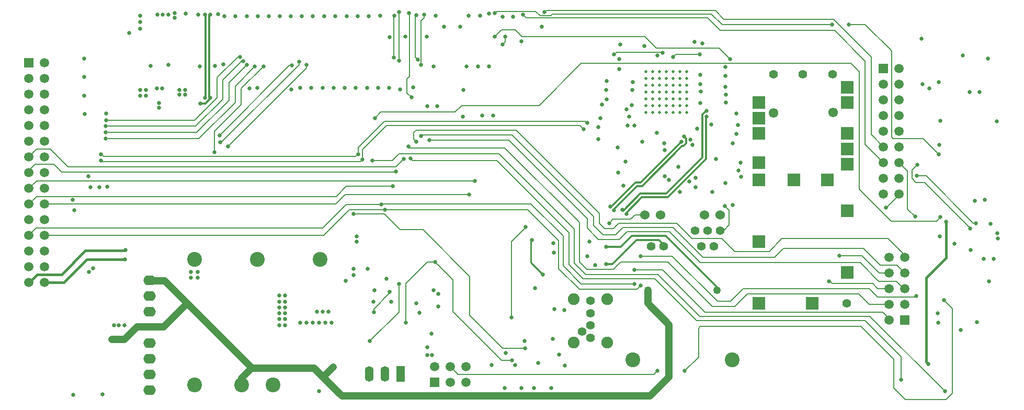
<source format=gbl>
G04 Layer_Physical_Order=4*
G04 Layer_Color=16711680*
%FSAX25Y25*%
%MOIN*%
G70*
G01*
G75*
%ADD11C,0.05906*%
%ADD29R,0.05906X0.05906*%
%ADD43C,0.00800*%
%ADD44C,0.01299*%
%ADD45C,0.01268*%
%ADD47C,0.04724*%
%ADD50C,0.01575*%
%ADD52C,0.01181*%
%ADD53C,0.00984*%
%ADD70C,0.09449*%
%ADD71O,0.07874X0.06299*%
%ADD72C,0.06024*%
%ADD73C,0.05543*%
%ADD74C,0.04921*%
%ADD75O,0.05512X0.09843*%
%ADD76R,0.05512X0.09843*%
%ADD77R,0.05906X0.05906*%
%ADD78C,0.05512*%
%ADD79C,0.07480*%
%ADD80R,0.07874X0.07874*%
%ADD81C,0.06102*%
%ADD82C,0.02500*%
%ADD83C,0.01969*%
D11*
X1147890Y0321673D02*
D03*
X1137890Y0311673D02*
D03*
X1147890D02*
D03*
X1137890Y0301673D02*
D03*
X1147890D02*
D03*
X1137890Y0291673D02*
D03*
X1147890D02*
D03*
X1137890Y0281673D02*
D03*
X1147890D02*
D03*
X1137890Y0271673D02*
D03*
X1147890D02*
D03*
X1137890Y0261673D02*
D03*
X1147890D02*
D03*
X1137890Y0251673D02*
D03*
X1147890D02*
D03*
X1137890Y0241673D02*
D03*
X1147890D02*
D03*
X1151498Y0171295D02*
D03*
Y0181295D02*
D03*
Y0191295D02*
D03*
Y0201295D02*
D03*
X1141498Y0161295D02*
D03*
Y0171295D02*
D03*
Y0181295D02*
D03*
Y0191295D02*
D03*
Y0201295D02*
D03*
X0603248Y0195295D02*
D03*
X0593248D02*
D03*
X0603248Y0325295D02*
D03*
X0593248Y0315295D02*
D03*
X0603248D02*
D03*
X0593248Y0305295D02*
D03*
X0603248D02*
D03*
X0593248Y0295295D02*
D03*
X0603248D02*
D03*
X0593248Y0285295D02*
D03*
X0603248D02*
D03*
X0593248Y0275295D02*
D03*
X0603248D02*
D03*
X0593248Y0265295D02*
D03*
X0603248D02*
D03*
X0593248Y0255295D02*
D03*
X0603248D02*
D03*
X0593248Y0245295D02*
D03*
X0603248D02*
D03*
X0593248Y0235295D02*
D03*
X0603248D02*
D03*
X0593248Y0225295D02*
D03*
X0603248D02*
D03*
X0593248Y0215295D02*
D03*
X0603248D02*
D03*
X0593248Y0205295D02*
D03*
X0603248D02*
D03*
X0593248Y0185295D02*
D03*
X0603248D02*
D03*
X0871748Y0131545D02*
D03*
Y0121545D02*
D03*
X0861748Y0131545D02*
D03*
Y0121545D02*
D03*
X0851748Y0131545D02*
D03*
D29*
Y0121545D02*
D03*
D43*
X0713248Y0315795D02*
X0726498Y0329045D01*
X0711498Y0268295D02*
Y0281545D01*
X0714248Y0274545D02*
X0714998D01*
X0711498Y0281545D02*
X0728498Y0298545D01*
X0812998Y0166295D02*
Y0168295D01*
X0823248Y0178545D01*
Y0179295D01*
X0828998Y0166295D02*
Y0184295D01*
X0845248Y0354045D02*
Y0355795D01*
X0851998Y0198295D02*
X0863498Y0186795D01*
Y0166545D02*
Y0186795D01*
Y0166545D02*
X0894498Y0135545D01*
X0900998D01*
X1181748Y0114545D02*
Y0168545D01*
X1177748Y0110545D02*
X1181748Y0114545D01*
X1176498Y0173795D02*
X1181748Y0168545D01*
X1139498Y0232795D02*
X1139748D01*
X1147890Y0240937D01*
X0847248Y0198295D02*
X0851998D01*
X0833498Y0184545D02*
X0847248Y0198295D01*
X0833498Y0159545D02*
Y0184545D01*
X0810498Y0147795D02*
X0828998Y0166295D01*
X0890248Y0342045D02*
X0894498Y0346295D01*
X0903248D01*
X0907498Y0342045D01*
X1033248Y0334545D02*
X1040248Y0327545D01*
X1171748Y0224295D02*
X1174248Y0226795D01*
X1142748Y0224295D02*
X1171748D01*
X1122498Y0244545D02*
X1142748Y0224295D01*
X1122498Y0244545D02*
Y0319545D01*
X1117248Y0324795D02*
X1122498Y0319545D01*
X0945248Y0324795D02*
X1117248D01*
X0918498Y0298045D02*
X0945248Y0324795D01*
X0868998Y0298045D02*
X0918498D01*
X1163248Y0276795D02*
X1173248Y0266795D01*
X1144248Y0276795D02*
X1163248D01*
X1142998Y0278045D02*
X1144248Y0276795D01*
X1142998Y0278045D02*
Y0332795D01*
X1126248Y0349545D02*
X1142998Y0332795D01*
X1115748Y0349545D02*
X1126248D01*
X1129998Y0279565D02*
Y0329045D01*
X0908248Y0355795D02*
X0910148Y0353895D01*
X1129998Y0279565D02*
X1137890Y0271673D01*
X1102998Y0185795D02*
X1103998D01*
X1134248Y0181295D02*
X1141498D01*
X1122248Y0177795D02*
X1128748Y0171295D01*
X1050998Y0177795D02*
X1122248D01*
X1022748Y0201295D02*
X1068498D01*
X1074248Y0207045D01*
X1034748Y0213295D02*
X1042998Y0205045D01*
X1064998D02*
X1073248Y0213295D01*
X1042998Y0205045D02*
X1064998D01*
X1003748Y0220295D02*
X1022748Y0201295D01*
X1073248Y0213295D02*
X1140748D01*
X1151498Y0202545D01*
X0838498Y0276545D02*
X0840248Y0274795D01*
X0838498Y0276545D02*
Y0280795D01*
X1001498Y0217545D02*
X1021248Y0197795D01*
X0979498Y0228295D02*
X0985752D01*
X1151498Y0201295D02*
Y0202545D01*
X1146498Y0196295D02*
X1151498Y0191295D01*
X0952998Y0221545D02*
X0958998Y0215545D01*
X0952998Y0221545D02*
Y0227295D01*
X0948998Y0219795D02*
Y0225795D01*
Y0219795D02*
X0956248Y0212545D01*
X1145998Y0186045D02*
X1150748Y0181295D01*
X1151498D01*
X0943998Y0198295D02*
X0948748Y0193545D01*
X0965748D01*
X0970498Y0198295D01*
X1000498D01*
X0947998Y0190295D02*
X0993998D01*
X1128748Y0171295D02*
X1141498D01*
X0983248Y0202045D02*
X1003248D01*
X0979248Y0193295D02*
X0996998D01*
X0946498Y0187545D02*
X0991998D01*
X1151748Y0110545D02*
X1177748D01*
X0991498Y0126545D02*
X0993748Y0128795D01*
X0866748Y0126545D02*
X0991498D01*
X0861748Y0131545D02*
X0866748Y0126545D01*
X0819998Y0231545D02*
X0911248D01*
X0817748Y0234795D02*
X0818248Y0235295D01*
X0913248D01*
X0900748Y0163045D02*
Y0211295D01*
X0909873Y0220420D01*
X0895248Y0143295D02*
X0909498D01*
X0874248Y0164295D02*
X0895248Y0143295D01*
X0874248Y0164295D02*
Y0189045D01*
X0844498Y0218795D02*
X0874248Y0189045D01*
X0828998Y0267295D02*
X0892748D01*
X0824748Y0263045D02*
X0828998Y0267295D01*
X0812248Y0263045D02*
X0824748D01*
X1193248Y0219545D02*
Y0219795D01*
X1195248Y0223045D02*
X1196748D01*
X1164998Y0253295D02*
X1195248Y0223045D01*
X1159248Y0253295D02*
X1164998D01*
X1147890Y0240937D02*
Y0241673D01*
X0819748Y0228795D02*
X0829748Y0218795D01*
X0844498D01*
X1033724Y0218295D02*
X1035998D01*
X1039498Y0221795D01*
Y0231295D01*
X1036748Y0234045D02*
X1039498Y0231295D01*
X1005498Y0330545D02*
X1020748D01*
X1003748Y0328795D02*
X1005498Y0330545D01*
X0966248D02*
X0967748Y0332045D01*
X0996748D01*
X0997248Y0331545D01*
X0800248Y0228795D02*
X0819748D01*
X0797498Y0231545D02*
X0819998D01*
X0781248Y0215295D02*
X0797498Y0231545D01*
X0603248Y0215295D02*
X0781248D01*
X0795498Y0234795D02*
X0817748D01*
X0780498Y0219795D02*
X0795498Y0234795D01*
X0597748Y0219795D02*
X0780498D01*
X0794748Y0241295D02*
X0873748D01*
X0788748Y0235295D02*
X0794748Y0241295D01*
X0603248Y0235295D02*
X0788748D01*
X0795498Y0246545D02*
X0825248D01*
X0788998Y0240045D02*
X0795498Y0246545D01*
X0597998Y0240045D02*
X0788998D01*
X0713998Y0274795D02*
X0714248Y0274545D01*
X0719998Y0271795D02*
X0769998Y0321795D01*
X0642248Y0280795D02*
X0700248D01*
X0597998Y0250045D02*
X0877498D01*
X0593248Y0255295D02*
Y0256545D01*
Y0245295D02*
X0597998Y0250045D01*
X0593248Y0235295D02*
X0597998Y0240045D01*
X0593248Y0215295D02*
X0597748Y0219795D01*
X0654248Y0205545D02*
X0654748Y0206045D01*
X0593248Y0185295D02*
X0593498D01*
X0759248Y0323545D02*
X0760748D01*
X0714748Y0279045D02*
X0759248Y0323545D01*
X0769998Y0321795D02*
Y0324045D01*
X0765498D02*
Y0326045D01*
X0716248Y0274795D02*
X0765498Y0324045D01*
X0829248Y0326545D02*
Y0357295D01*
X0828998Y0357545D02*
X0829248Y0357295D01*
X0825748Y0328545D02*
Y0355545D01*
X0713998Y0274795D02*
X0716248D01*
X0825998Y0355295D02*
X0826248D01*
X0825748Y0355545D02*
X0825998Y0355295D01*
X0728748Y0326295D02*
X0729748D01*
X0896748Y0338545D02*
Y0341795D01*
X0894998Y0336795D02*
X0896748Y0338545D01*
X0642248Y0276795D02*
X0701498D01*
X0642498Y0288545D02*
X0698748D01*
X0642248Y0284795D02*
X0699498D01*
X0728498Y0298545D02*
Y0308795D01*
X0742748Y0323045D01*
X0701498Y0276795D02*
X0724748Y0300045D01*
Y0310295D01*
X0737248Y0322795D01*
X0700248Y0280795D02*
X0720748Y0301295D01*
Y0312545D01*
X0732248Y0324045D01*
X0699498Y0284795D02*
X0716748Y0302045D01*
Y0314295D01*
X0728748Y0326295D01*
X0698748Y0288545D02*
X0713248Y0303045D01*
Y0315795D01*
X0726498Y0329045D02*
X0727748D01*
X0826998Y0255545D02*
X0827248Y0255795D01*
X0613998Y0255545D02*
X0826998D01*
X0618248Y0258795D02*
X0826998D01*
X0831998Y0263795D01*
X0639248Y0263045D02*
X0639998Y0262295D01*
X0804498D01*
X0805748Y0263545D01*
X0640748Y0265545D02*
X0801498D01*
X0802998Y0267045D01*
X0639248D02*
X0640748Y0265545D01*
X0834248Y0306045D02*
X0836998Y0303295D01*
X0834248Y0306045D02*
Y0315045D01*
X0835748Y0316545D01*
X0835498Y0357045D02*
X0835748Y0356795D01*
Y0316545D02*
Y0356795D01*
X0843248Y0324045D02*
Y0352045D01*
X0845248Y0354045D01*
X0839498Y0328795D02*
X0840998Y0327295D01*
X0839498Y0328795D02*
Y0354783D01*
X0840248Y0355533D01*
X0980748Y0180795D02*
X0983248Y0183295D01*
X0913248Y0235295D02*
X0933748Y0214795D01*
X0911248Y0231545D02*
X0930748Y0212045D01*
X0937498Y0196545D02*
X0946498Y0187545D01*
X0937498Y0196545D02*
Y0217045D01*
X0940748Y0197545D02*
X0947998Y0190295D01*
X0940748Y0197545D02*
Y0219295D01*
X0892748Y0267295D02*
X0940748Y0219295D01*
X0933748Y0195795D02*
Y0214795D01*
Y0195795D02*
X0945248Y0184295D01*
X0978998D01*
X0930748Y0194045D02*
Y0212045D01*
Y0194045D02*
X0943998Y0180795D01*
X0980748D01*
X1006248Y0222795D02*
X1015748Y0213295D01*
X1034748D01*
X1011248Y0128795D02*
X1019998Y0137545D01*
Y0156045D01*
X1021248Y0157295D01*
X0991998Y0187545D02*
X1018748Y0160795D01*
X0993998Y0190295D02*
X1020748Y0163545D01*
X0996998Y0193295D02*
X1023998Y0166295D01*
X1000498Y0198295D02*
X1028748Y0170045D01*
X1043248D01*
X1050998Y0177795D01*
X1003248Y0202045D02*
X1031998Y0173295D01*
X1040498D01*
X1074248Y0207045D02*
X1124998D01*
X1135748Y0196295D01*
X1146498D01*
X1109748Y0202295D02*
X1124248D01*
X1135248Y0191295D01*
X1141498D01*
X1021248Y0197795D02*
X1122998D01*
X1134748Y0186045D01*
X1145998D01*
X1103998Y0185795D02*
X1105248Y0184545D01*
X1130998D01*
X1134248Y0181295D01*
X1133998Y0176045D02*
X1157998D01*
X1158748Y0176795D01*
X1023998Y0166295D02*
X1137498D01*
X1141498Y0162295D01*
Y0161295D02*
Y0162295D01*
X1020748Y0163545D02*
X1129248D01*
X1176998Y0115795D01*
X1018748Y0160795D02*
X1126248D01*
X1148998Y0138045D01*
Y0123295D02*
Y0138045D01*
X1021248Y0157295D02*
X1123498D01*
X1144498Y0117795D02*
X1151748Y0110545D01*
X1144498Y0117795D02*
Y0136295D01*
X1123498Y0157295D02*
X1144498Y0136295D01*
X1040498Y0173295D02*
X1048498Y0181295D01*
X1128748D01*
X1133998Y0176045D01*
X0943998Y0198295D02*
Y0223545D01*
X0813748Y0290045D02*
X0817498Y0293795D01*
X0864748D01*
X0868998Y0298045D01*
X0805748Y0263545D02*
Y0270045D01*
X0802998Y0267045D02*
Y0271295D01*
X0819748Y0288045D01*
X0947748D01*
X0948998Y0286795D01*
X0805748Y0270045D02*
X0820998Y0285295D01*
X0944498D01*
X0946748Y0283045D01*
X0838498Y0280795D02*
X0839998Y0282295D01*
X0903748D01*
X0843248Y0278545D02*
X0843998Y0279295D01*
X0900998D01*
X0952998Y0227295D01*
X0848498Y0275795D02*
X0898998D01*
X0948998Y0225795D01*
X0834998Y0271795D02*
X0835748Y0271045D01*
X0896498D01*
X0943998Y0223545D01*
X0836498Y0264295D02*
X0837748Y0263045D01*
X0891498D01*
X0937498Y0217045D01*
X0962998Y0223045D02*
X0965498Y0225545D01*
X0976748D01*
X0979498Y0228295D01*
X0959998Y0219545D02*
X0965748D01*
X0968998Y0222795D01*
X1006248D01*
X0958998Y0215545D02*
X0966998D01*
X0971748Y0220295D01*
X1003748D01*
X0956248Y0212545D02*
X0969498D01*
X0974498Y0217545D01*
X1001498D01*
X0956748Y0222795D02*
X0959998Y0219545D01*
X0956748Y0222795D02*
Y0229295D01*
X0903748Y0282295D02*
X0956748Y0229295D01*
X0921748Y0357545D02*
X0922748Y0358545D01*
X0891498Y0358045D02*
X0916248D01*
X0918998Y0355295D01*
X0925748D01*
X0926748Y0356295D01*
X0890248Y0356795D02*
X0891498Y0358045D01*
X0922748Y0358545D02*
X1030748D01*
X0926748Y0356295D02*
X1028248D01*
X1034998Y0349545D01*
X1104998D01*
X0910148Y0353895D02*
X1025648D01*
X1030748Y0358545D02*
X1036248Y0353045D01*
X1105998D01*
X1129998Y0329045D01*
X1025648Y0353895D02*
X1033748Y0345795D01*
X1106748D01*
X1126248Y0273315D02*
X1137890Y0261673D01*
X1126248Y0273315D02*
Y0326295D01*
X1106748Y0345795D02*
X1126248Y0326295D01*
X0907498Y0342045D02*
X0985748D01*
X0993248Y0334545D01*
X1033248D01*
X1153248Y0232045D02*
X1157998Y0227295D01*
X1153248Y0232045D02*
Y0256315D01*
X1147890Y0261673D02*
X1153248Y0256315D01*
X1155998Y0256795D02*
X1159498Y0260295D01*
X1155998Y0251545D02*
Y0256795D01*
Y0251545D02*
X1158498Y0249045D01*
X1163998D01*
X1193248Y0219795D01*
X0593248Y0265295D02*
X0598248Y0270295D01*
X0606748D01*
X0618248Y0258795D01*
X0593248Y0256545D02*
X0597248Y0260545D01*
X0608998D01*
X0613998Y0255545D01*
D44*
X1010748Y0278394D02*
X1012097Y0277045D01*
Y0273794D02*
Y0277045D01*
X0708195Y0303545D02*
Y0355195D01*
X0708795Y0355795D01*
Y0302445D02*
Y0303045D01*
X0705646Y0299295D02*
X0708795Y0302445D01*
X0702498Y0299295D02*
X0705646D01*
X0705896Y0303545D02*
Y0355195D01*
X0705295Y0355795D02*
X0705896Y0355195D01*
X0705396Y0303045D02*
X0705896Y0303545D01*
X0705295Y0303045D02*
X0705396D01*
X1000435Y0239545D02*
X1024748Y0263858D01*
X1024647Y0294508D02*
X1025248D01*
X1022348Y0265195D02*
Y0292209D01*
X1024647Y0294508D01*
X1024748Y0290508D02*
X1025248Y0291008D01*
X1024748Y0263858D02*
Y0290508D01*
X0983748Y0239545D02*
X1000435D01*
X0980611Y0246659D02*
X0984113D01*
X0979748Y0249003D02*
X0983206D01*
X1009550Y0272095D02*
X1010399D01*
X1012097Y0273794D01*
X0984113Y0246659D02*
X1009550Y0272095D01*
X0983206Y0249003D02*
X1009198Y0274995D01*
D45*
X0999419Y0241829D02*
X1022348Y0264758D01*
X0972019Y0231024D02*
X0982808Y0241813D01*
X0973623Y0229420D02*
X0983748Y0239545D01*
X1022348Y0264758D02*
Y0265195D01*
X0983748Y0241829D02*
X0999419D01*
X0983733Y0241813D02*
X0983748Y0241829D01*
X0982808Y0241813D02*
X0983733D01*
X0965998Y0232045D02*
X0980611Y0246659D01*
X0965998Y0231295D02*
Y0232045D01*
Y0231295D02*
X0966059Y0231235D01*
X0964394Y0233649D02*
X0979748Y0249003D01*
X0963584Y0233710D02*
X0963644Y0233649D01*
X0964394D01*
D47*
X0792748Y0112795D02*
X0989248D01*
X0780498Y0125045D02*
X0792748Y0112795D01*
X0989248D02*
X1001248Y0124795D01*
X0774998Y0130545D02*
X0780498Y0125045D01*
X0780748D01*
X0786998Y0131295D01*
X0694123Y0171920D02*
X0735498Y0130545D01*
X0654248Y0148795D02*
X0662248Y0156795D01*
X0646248Y0148795D02*
X0654248D01*
X0678998Y0156795D02*
X0694123Y0171920D01*
X0679748Y0186295D02*
X0694123Y0171920D01*
X0669998Y0186295D02*
X0679748D01*
X0662248Y0156795D02*
X0678998D01*
X0987740Y0171803D02*
Y0180264D01*
Y0171803D02*
X1001248Y0158295D01*
Y0124795D02*
Y0158295D01*
X0728748Y0119795D02*
Y0124295D01*
X0734998Y0130545D01*
X0774998D01*
D50*
X1164998Y0134545D02*
X1166272Y0133272D01*
X1164998Y0134545D02*
Y0188295D01*
X1177748Y0201045D01*
Y0223795D01*
X0629248Y0205545D02*
X0654248D01*
X0630248Y0200045D02*
X0654498D01*
X0615498Y0185295D02*
X0630248Y0200045D01*
X0603248Y0185295D02*
X0615498D01*
X0593498D02*
X0598498Y0190295D01*
X0613998D01*
X0629248Y0205545D01*
D52*
X0999248Y0214795D02*
X1031756Y0182287D01*
X0994748Y0212295D02*
X0997760Y0209283D01*
X0980498Y0212295D02*
X0994748D01*
X0964998Y0196795D02*
X0980498Y0212295D01*
X0960998Y0196795D02*
X0964998D01*
X0997760Y0208295D02*
Y0209283D01*
X1031756Y0180264D02*
Y0182287D01*
X0960998Y0207795D02*
X0970498D01*
X0977498Y0214795D01*
X0999248D01*
D53*
X0912998Y0211545D02*
X0913748Y0212295D01*
X0912998Y0198045D02*
Y0211545D01*
Y0198045D02*
X0920748Y0190295D01*
D70*
X0778748Y0199795D02*
D03*
X0698748Y0119795D02*
D03*
Y0199795D02*
D03*
X0738748D02*
D03*
X0728748Y0119795D02*
D03*
X0748748D02*
D03*
X0977996Y0135775D02*
D03*
X1041500D02*
D03*
D71*
X0669998Y0116545D02*
D03*
Y0126545D02*
D03*
Y0136545D02*
D03*
Y0146545D02*
D03*
Y0166545D02*
D03*
Y0176545D02*
D03*
Y0186545D02*
D03*
D72*
X0985752Y0228295D02*
D03*
X0995752D02*
D03*
X1023744D02*
D03*
X1033744D02*
D03*
D73*
X1017740Y0218295D02*
D03*
X1025732D02*
D03*
X1033724D02*
D03*
X0989768Y0208295D02*
D03*
X0997760D02*
D03*
X1021736D02*
D03*
X1029728D02*
D03*
D74*
X1031756Y0180264D02*
D03*
X0987740D02*
D03*
D75*
X0810248Y0127045D02*
D03*
X0820248D02*
D03*
D76*
X0830248D02*
D03*
D77*
X1137890Y0321673D02*
D03*
X1151498Y0161295D02*
D03*
X0593248Y0325295D02*
D03*
D78*
X0951039Y0165667D02*
D03*
Y0157793D02*
D03*
X0945685Y0153856D02*
D03*
X0951039Y0173541D02*
D03*
Y0149919D02*
D03*
X1067604Y0318004D02*
D03*
X1114311Y0171795D02*
D03*
X1105404Y0318004D02*
D03*
X1086502D02*
D03*
D79*
X0940331Y0174604D02*
D03*
X0961748D02*
D03*
X0940331Y0147045D02*
D03*
X0961748D02*
D03*
D80*
X1114604Y0260461D02*
D03*
X1058504Y0290004D02*
D03*
Y0250604D02*
D03*
Y0211204D02*
D03*
Y0280204D02*
D03*
Y0261704D02*
D03*
Y0171804D02*
D03*
X1080904Y0250604D02*
D03*
X1102104D02*
D03*
X1114604Y0230904D02*
D03*
Y0191504D02*
D03*
X1092304Y0171804D02*
D03*
X1114604Y0270304D02*
D03*
Y0280204D02*
D03*
Y0299804D02*
D03*
Y0309704D02*
D03*
X1058504Y0299804D02*
D03*
D81*
X1067756Y0293252D02*
D03*
X1105649Y0293449D02*
D03*
D82*
X0702498Y0299295D02*
D03*
X0708795Y0355795D02*
D03*
Y0303045D02*
D03*
X0705295Y0355795D02*
D03*
Y0303045D02*
D03*
X0711498Y0268295D02*
D03*
X0714998Y0274545D02*
D03*
X0909748Y0220545D02*
D03*
X1041748Y0234545D02*
D03*
X0984248Y0274795D02*
D03*
X1016248Y0273045D02*
D03*
X1014748Y0276295D02*
D03*
X1010748Y0278394D02*
D03*
X1006998Y0259045D02*
D03*
X0794998Y0186295D02*
D03*
X0925998Y0117795D02*
D03*
X0915248D02*
D03*
X0907248D02*
D03*
X0896498D02*
D03*
X0837998Y0309545D02*
D03*
X0836998Y0303295D02*
D03*
X0693248Y0356545D02*
D03*
X1188498Y0330045D02*
D03*
X1204498Y0328045D02*
D03*
X1198998Y0306545D02*
D03*
X1192748D02*
D03*
X0958498Y0298545D02*
D03*
X0823248Y0179295D02*
D03*
X0828998Y0184295D02*
D03*
X1022498Y0337545D02*
D03*
X0915748Y0181545D02*
D03*
X0845248Y0355795D02*
D03*
X0934498Y0167545D02*
D03*
X0934748Y0132295D02*
D03*
X0928248Y0168140D02*
D03*
X0670748Y0323295D02*
D03*
X0682248Y0323795D02*
D03*
X0702248Y0322939D02*
D03*
X0711748Y0323295D02*
D03*
X0717248Y0324295D02*
D03*
X0733748Y0309045D02*
D03*
X0738748Y0309295D02*
D03*
X0760498Y0308295D02*
D03*
X0766100Y0309152D02*
D03*
X0773187D02*
D03*
X0780274D02*
D03*
X0787360D02*
D03*
X0794447D02*
D03*
X0801533D02*
D03*
X0808620D02*
D03*
X0815707D02*
D03*
X0822793D02*
D03*
X0829748Y0308295D02*
D03*
X0851248Y0322939D02*
D03*
X0872248D02*
D03*
X0879498D02*
D03*
X0886498D02*
D03*
X0920248Y0348295D02*
D03*
X0906998Y0338795D02*
D03*
X0901748Y0354439D02*
D03*
X0894998D02*
D03*
X0886498Y0356545D02*
D03*
X0880748Y0355189D02*
D03*
X0873498D02*
D03*
X0656998Y0344295D02*
D03*
X0675248Y0355795D02*
D03*
X0678498D02*
D03*
X0682248Y0355939D02*
D03*
X0700998Y0355795D02*
D03*
X0713748Y0356295D02*
D03*
X0717748Y0354939D02*
D03*
X0724748D02*
D03*
X0731998D02*
D03*
X0738998D02*
D03*
X0745998D02*
D03*
X0752998D02*
D03*
X0760248D02*
D03*
X0767248D02*
D03*
X0774248D02*
D03*
X0781498D02*
D03*
X0788498D02*
D03*
X0795748D02*
D03*
X0802748D02*
D03*
X0809748D02*
D03*
X0816998Y0355189D02*
D03*
X0822998Y0341545D02*
D03*
X0832998Y0341795D02*
D03*
X0846748D02*
D03*
X0852321Y0355222D02*
D03*
X0868248Y0348295D02*
D03*
X0857748D02*
D03*
X0696498Y0188295D02*
D03*
X0700748D02*
D03*
Y0192045D02*
D03*
X0696498D02*
D03*
X0785998Y0159545D02*
D03*
X0781998D02*
D03*
X0777998D02*
D03*
X0774248D02*
D03*
X0770248D02*
D03*
X0766248D02*
D03*
X0685998Y0356795D02*
D03*
Y0353795D02*
D03*
X0692748Y0304795D02*
D03*
X0689248D02*
D03*
X0692748Y0308045D02*
D03*
X0689248D02*
D03*
X0677998Y0309045D02*
D03*
X0674748D02*
D03*
X0676248Y0299545D02*
D03*
Y0296545D02*
D03*
X0663998Y0355295D02*
D03*
Y0351295D02*
D03*
Y0347045D02*
D03*
X0667748Y0304295D02*
D03*
X0664248D02*
D03*
Y0308045D02*
D03*
X0667748D02*
D03*
X0900998Y0135545D02*
D03*
X1187248Y0154795D02*
D03*
X1158748Y0176545D02*
D03*
X1139498Y0232795D02*
D03*
X1207998Y0200295D02*
D03*
X0812998Y0166295D02*
D03*
X0776748Y0166545D02*
D03*
X0780498D02*
D03*
X0821248Y0187545D02*
D03*
X0800248Y0193795D02*
D03*
X0802248Y0211295D02*
D03*
X0846998Y0138795D02*
D03*
X0850248D02*
D03*
X0841998Y0166045D02*
D03*
X0823998Y0172795D02*
D03*
X0839998Y0171795D02*
D03*
X0851248Y0180295D02*
D03*
X0853998Y0178045D02*
D03*
X0784248Y0166545D02*
D03*
X0756498Y0176795D02*
D03*
Y0173045D02*
D03*
Y0169295D02*
D03*
Y0165545D02*
D03*
Y0161795D02*
D03*
Y0158045D02*
D03*
X0752748Y0176795D02*
D03*
Y0173045D02*
D03*
Y0169295D02*
D03*
Y0165545D02*
D03*
Y0161795D02*
D03*
Y0158045D02*
D03*
X0786998Y0131295D02*
D03*
X0778248Y0115795D02*
D03*
X0650748Y0148795D02*
D03*
X0646248D02*
D03*
X0631498Y0191795D02*
D03*
X0634248Y0194295D02*
D03*
X0653998Y0157795D02*
D03*
X0650498D02*
D03*
X0628748Y0292547D02*
D03*
X0628498Y0304358D02*
D03*
X0628331Y0316169D02*
D03*
Y0327980D02*
D03*
X0637998Y0246045D02*
D03*
X0847248Y0144045D02*
D03*
X0890248Y0342045D02*
D03*
X1040248Y0327545D02*
D03*
X1174248Y0226795D02*
D03*
X0813748Y0290045D02*
D03*
X1173248Y0266795D02*
D03*
X1115748Y0349545D02*
D03*
X1104998D02*
D03*
X0890248Y0356795D02*
D03*
X0921748Y0357545D02*
D03*
X0908248Y0355795D02*
D03*
X1173748Y0214545D02*
D03*
X1173498Y0272795D02*
D03*
X1177748Y0223795D02*
D03*
X1183248Y0209795D02*
D03*
X0974248Y0229045D02*
D03*
X0971498Y0231545D02*
D03*
X0946748Y0283045D02*
D03*
X0948998Y0286795D02*
D03*
X1109748Y0202295D02*
D03*
X0805748Y0263545D02*
D03*
X0802998Y0267045D02*
D03*
X1102998Y0185795D02*
D03*
X0843248Y0278545D02*
D03*
X0847045Y0297695D02*
D03*
X0840248Y0274795D02*
D03*
X0962998Y0223045D02*
D03*
X0848498Y0275795D02*
D03*
X0834998Y0271795D02*
D03*
X0983248Y0202045D02*
D03*
X1176498Y0173795D02*
D03*
X1011248Y0128795D02*
D03*
X0993748D02*
D03*
X0983248Y0183295D02*
D03*
X0978998Y0184295D02*
D03*
X0979248Y0193295D02*
D03*
X0954248Y0196295D02*
D03*
X1148998Y0123295D02*
D03*
X0836498Y0264295D02*
D03*
X0840248Y0355533D02*
D03*
X0870248Y0308045D02*
D03*
X0869748Y0291045D02*
D03*
X0853295Y0297445D02*
D03*
X0835498Y0357045D02*
D03*
X1176998Y0115795D02*
D03*
X0812248Y0263045D02*
D03*
X1172748Y0159545D02*
D03*
X1172498Y0165545D02*
D03*
X1204998Y0185795D02*
D03*
X1197498Y0160045D02*
D03*
X1193498Y0205795D02*
D03*
X1201748Y0200295D02*
D03*
X1210748Y0213295D02*
D03*
X1210498Y0216545D02*
D03*
X1205998Y0222545D02*
D03*
X1193248Y0219545D02*
D03*
X1159498Y0260295D02*
D03*
X1196748Y0223045D02*
D03*
X1159248Y0253295D02*
D03*
X1157998Y0227295D02*
D03*
X1166272Y0133272D02*
D03*
X1161998Y0340545D02*
D03*
X1174248Y0288295D02*
D03*
X1173248Y0313045D02*
D03*
X1162748Y0311545D02*
D03*
X1167248Y0309045D02*
D03*
X1210248Y0287795D02*
D03*
X1202498Y0237795D02*
D03*
X1196248Y0237295D02*
D03*
X0888929Y0291699D02*
D03*
X0882142D02*
D03*
X1036748Y0234045D02*
D03*
X1045498Y0256545D02*
D03*
X1036998Y0248545D02*
D03*
X0643248Y0246295D02*
D03*
X0630998Y0252795D02*
D03*
X0621998Y0231295D02*
D03*
X0620998Y0237795D02*
D03*
X1025248Y0294508D02*
D03*
Y0291008D02*
D03*
X0949248Y0202045D02*
D03*
X0960998Y0207795D02*
D03*
Y0196795D02*
D03*
X1018998Y0283295D02*
D03*
X1046998Y0252545D02*
D03*
X1020748Y0330545D02*
D03*
X1003748Y0328795D02*
D03*
X0950498Y0211295D02*
D03*
X0966248Y0330545D02*
D03*
X0997248Y0331545D02*
D03*
X1044998Y0285545D02*
D03*
X1027998Y0285795D02*
D03*
X1018248Y0251795D02*
D03*
X1013998Y0249545D02*
D03*
X0968748Y0255295D02*
D03*
X0973498Y0262295D02*
D03*
X1044248Y0279795D02*
D03*
X1041748Y0273795D02*
D03*
X1046748Y0261545D02*
D03*
X1018248Y0246045D02*
D03*
X1031248Y0264045D02*
D03*
X1028748Y0243045D02*
D03*
X1007998D02*
D03*
X1001248Y0250545D02*
D03*
X0972248Y0246795D02*
D03*
X0998498Y0269545D02*
D03*
X0997998Y0273795D02*
D03*
X0998498Y0253045D02*
D03*
X0993498Y0280545D02*
D03*
X0979248Y0285295D02*
D03*
X0968498Y0271295D02*
D03*
X0956248Y0276545D02*
D03*
X0974748Y0285295D02*
D03*
X0956248Y0284295D02*
D03*
X0957498Y0290045D02*
D03*
X0975866Y0290913D02*
D03*
X0973998Y0295719D02*
D03*
X0977498Y0298295D02*
D03*
X0961498Y0302045D02*
D03*
X0977748Y0308045D02*
D03*
X0977998Y0313045D02*
D03*
X0961248Y0308045D02*
D03*
X0961498Y0313545D02*
D03*
X0969498Y0327545D02*
D03*
Y0321295D02*
D03*
X0993748Y0329795D02*
D03*
X0969998Y0337045D02*
D03*
X0985498Y0335795D02*
D03*
X1017498Y0338545D02*
D03*
X1044248Y0293045D02*
D03*
X1020998Y0299545D02*
D03*
X1021498Y0306795D02*
D03*
X1021248Y0317545D02*
D03*
X1036998Y0322545D02*
D03*
Y0317045D02*
D03*
X1037248Y0310045D02*
D03*
X1021248Y0311545D02*
D03*
X1037498Y0304795D02*
D03*
Y0299795D02*
D03*
X0966059Y0231235D02*
D03*
X1009198Y0274995D02*
D03*
X0963584Y0233710D02*
D03*
X0909498Y0143295D02*
D03*
X0800248Y0228795D02*
D03*
X0639248Y0263045D02*
D03*
X0719998Y0271795D02*
D03*
X0639248Y0267045D02*
D03*
X0642498Y0288545D02*
D03*
X0642248Y0284795D02*
D03*
X0642498Y0292795D02*
D03*
X0642248Y0280795D02*
D03*
X0632451Y0245795D02*
D03*
X0877498Y0250045D02*
D03*
X0873748Y0241295D02*
D03*
X0825248Y0246545D02*
D03*
X0827248Y0255795D02*
D03*
X0831998Y0263795D02*
D03*
X0817748Y0234795D02*
D03*
X0819998Y0231545D02*
D03*
X0654748Y0206045D02*
D03*
X0654498Y0200045D02*
D03*
X0714748Y0279045D02*
D03*
X0760748Y0323545D02*
D03*
X0769998Y0324045D02*
D03*
X0765498Y0326045D02*
D03*
X0742748Y0323045D02*
D03*
X0737248Y0322795D02*
D03*
X0843248Y0324045D02*
D03*
X0829248Y0326545D02*
D03*
X0825748Y0328545D02*
D03*
X0840998Y0327295D02*
D03*
X0828998Y0357545D02*
D03*
X0826248Y0355295D02*
D03*
X0647498Y0157795D02*
D03*
X0639998Y0114045D02*
D03*
X0621498Y0113545D02*
D03*
X0913748Y0212295D02*
D03*
X0920748Y0190295D02*
D03*
X0927248Y0149295D02*
D03*
X0930998Y0139295D02*
D03*
X0917748Y0134045D02*
D03*
X0902998Y0132545D02*
D03*
X0927748Y0204295D02*
D03*
X0927498Y0210295D02*
D03*
X0727748Y0329045D02*
D03*
X0729748Y0326295D02*
D03*
X0896748Y0341795D02*
D03*
X0894998Y0336795D02*
D03*
X0732248Y0324045D02*
D03*
X0642248Y0276795D02*
D03*
X0900748Y0163045D02*
D03*
X0887998Y0132545D02*
D03*
X0897201Y0140093D02*
D03*
X0909248Y0148045D02*
D03*
X0812748Y0172795D02*
D03*
X0854248Y0169795D02*
D03*
X0813498Y0180295D02*
D03*
X0808998Y0193795D02*
D03*
X0849748Y0152545D02*
D03*
X0833498Y0159545D02*
D03*
X0851998Y0198295D02*
D03*
X0810498Y0147795D02*
D03*
X0802248Y0214545D02*
D03*
X0800248Y0190045D02*
D03*
D83*
X1012490Y0293553D02*
D03*
X1008159D02*
D03*
X1003829D02*
D03*
X0999498D02*
D03*
X0995167D02*
D03*
X0990837D02*
D03*
X0986506D02*
D03*
X1012490Y0297884D02*
D03*
X1008159D02*
D03*
X1003829D02*
D03*
X0999498D02*
D03*
X0995167D02*
D03*
X0990837D02*
D03*
X0986506D02*
D03*
X1012490Y0302215D02*
D03*
X1008159D02*
D03*
X1003829D02*
D03*
X0999498D02*
D03*
X0995167D02*
D03*
X0990837D02*
D03*
X0986506D02*
D03*
X1012490Y0306545D02*
D03*
X1008159D02*
D03*
X1003829D02*
D03*
X0999498D02*
D03*
X0995167D02*
D03*
X0990837D02*
D03*
X0986506D02*
D03*
X1012490Y0310876D02*
D03*
X1008159D02*
D03*
X1003829D02*
D03*
X0999498D02*
D03*
X0995167D02*
D03*
X0990837D02*
D03*
X0986506D02*
D03*
X1012490Y0315207D02*
D03*
X1008159D02*
D03*
X1003829D02*
D03*
X0999498D02*
D03*
X0995167D02*
D03*
X0990837D02*
D03*
X0986506D02*
D03*
X1012490Y0319537D02*
D03*
X1008159D02*
D03*
X1003829D02*
D03*
X0999498D02*
D03*
X0995167D02*
D03*
X0990837D02*
D03*
X0986506D02*
D03*
M02*

</source>
